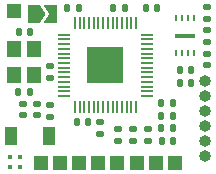
<source format=gbr>
%TF.GenerationSoftware,KiCad,Pcbnew,7.0.2-6a45011f42~172~ubuntu22.04.1*%
%TF.CreationDate,2023-06-03T20:54:13+08:00*%
%TF.ProjectId,fly2040_min,666c7932-3034-4305-9f6d-696e2e6b6963,rev?*%
%TF.SameCoordinates,PX45b6ae0PY2f1c8c0*%
%TF.FileFunction,Soldermask,Top*%
%TF.FilePolarity,Negative*%
%FSLAX46Y46*%
G04 Gerber Fmt 4.6, Leading zero omitted, Abs format (unit mm)*
G04 Created by KiCad (PCBNEW 7.0.2-6a45011f42~172~ubuntu22.04.1) date 2023-06-03 20:54:13*
%MOMM*%
%LPD*%
G01*
G04 APERTURE LIST*
G04 Aperture macros list*
%AMRoundRect*
0 Rectangle with rounded corners*
0 $1 Rounding radius*
0 $2 $3 $4 $5 $6 $7 $8 $9 X,Y pos of 4 corners*
0 Add a 4 corners polygon primitive as box body*
4,1,4,$2,$3,$4,$5,$6,$7,$8,$9,$2,$3,0*
0 Add four circle primitives for the rounded corners*
1,1,$1+$1,$2,$3*
1,1,$1+$1,$4,$5*
1,1,$1+$1,$6,$7*
1,1,$1+$1,$8,$9*
0 Add four rect primitives between the rounded corners*
20,1,$1+$1,$2,$3,$4,$5,0*
20,1,$1+$1,$4,$5,$6,$7,0*
20,1,$1+$1,$6,$7,$8,$9,0*
20,1,$1+$1,$8,$9,$2,$3,0*%
%AMFreePoly0*
4,1,6,1.000000,0.000000,0.500000,-0.750000,-0.500000,-0.750000,-0.500000,0.750000,0.500000,0.750000,1.000000,0.000000,1.000000,0.000000,$1*%
%AMFreePoly1*
4,1,6,0.500000,-0.750000,-0.650000,-0.750000,-0.150000,0.000000,-0.650000,0.750000,0.500000,0.750000,0.500000,-0.750000,0.500000,-0.750000,$1*%
G04 Aperture macros list end*
%ADD10RoundRect,0.135000X-0.135000X-0.185000X0.135000X-0.185000X0.135000X0.185000X-0.135000X0.185000X0*%
%ADD11RoundRect,0.135000X-0.185000X0.135000X-0.185000X-0.135000X0.185000X-0.135000X0.185000X0.135000X0*%
%ADD12RoundRect,0.135000X0.185000X-0.135000X0.185000X0.135000X-0.185000X0.135000X-0.185000X-0.135000X0*%
%ADD13RoundRect,0.140000X-0.170000X0.140000X-0.170000X-0.140000X0.170000X-0.140000X0.170000X0.140000X0*%
%ADD14RoundRect,0.140000X-0.140000X-0.170000X0.140000X-0.170000X0.140000X0.170000X-0.140000X0.170000X0*%
%ADD15RoundRect,0.140000X0.140000X0.170000X-0.140000X0.170000X-0.140000X-0.170000X0.140000X-0.170000X0*%
%ADD16R,1.200000X1.200000*%
%ADD17R,0.200000X1.100000*%
%ADD18R,1.100000X0.200000*%
%ADD19R,3.100000X3.100000*%
%ADD20R,0.280000X0.600000*%
%ADD21R,1.700000X0.300000*%
%ADD22O,1.000000X1.000000*%
%ADD23R,1.000000X1.524000*%
%ADD24R,1.200000X1.400000*%
%ADD25R,0.450000X0.450000*%
%ADD26FreePoly0,0.000000*%
%ADD27FreePoly1,0.000000*%
G04 APERTURE END LIST*
D10*
%TO.C,R12*%
X5920000Y-1040000D03*
X6940000Y-1040000D03*
%TD*%
D11*
%TO.C,R11*%
X12810000Y-11270000D03*
X12810000Y-12290000D03*
%TD*%
%TO.C,R10*%
X11530000Y-11270000D03*
X11530000Y-12290000D03*
%TD*%
%TO.C,R9*%
X10250000Y-11270000D03*
X10250000Y-12290000D03*
%TD*%
D12*
%TO.C,R6*%
X17780000Y-3965000D03*
X17780000Y-2945000D03*
%TD*%
D11*
%TO.C,R5*%
X17780000Y-960000D03*
X17780000Y-1980000D03*
%TD*%
%TO.C,R3*%
X8725000Y-10670000D03*
X8725000Y-11690000D03*
%TD*%
D12*
%TO.C,R2*%
X4510000Y-10270000D03*
X4510000Y-9250000D03*
%TD*%
%TO.C,R1*%
X4480000Y-7010000D03*
X4480000Y-5990000D03*
%TD*%
D13*
%TO.C,C14*%
X17780000Y-4940000D03*
X17780000Y-5900000D03*
%TD*%
%TO.C,C13*%
X2220000Y-9185000D03*
X2220000Y-10145000D03*
%TD*%
D14*
%TO.C,C12*%
X9835000Y-1025000D03*
X10795000Y-1025000D03*
%TD*%
%TO.C,C11*%
X12600000Y-1020000D03*
X13560000Y-1020000D03*
%TD*%
%TO.C,C10*%
X15500000Y-7400000D03*
X16460000Y-7400000D03*
%TD*%
%TO.C,C9*%
X13925000Y-11235000D03*
X14885000Y-11235000D03*
%TD*%
%TO.C,C8*%
X13930000Y-12320000D03*
X14890000Y-12320000D03*
%TD*%
D15*
%TO.C,C7*%
X7710000Y-10670000D03*
X6750000Y-10670000D03*
%TD*%
%TO.C,C6*%
X14885000Y-10167500D03*
X13925000Y-10167500D03*
%TD*%
D14*
%TO.C,C5*%
X13925000Y-9100000D03*
X14885000Y-9100000D03*
%TD*%
D13*
%TO.C,C4*%
X3350000Y-9180000D03*
X3350000Y-10140000D03*
%TD*%
D14*
%TO.C,C3*%
X1830000Y-3060000D03*
X2790000Y-3060000D03*
%TD*%
%TO.C,C2*%
X15500000Y-6340000D03*
X16460000Y-6340000D03*
%TD*%
%TO.C,C1*%
X1810000Y-8130000D03*
X2770000Y-8130000D03*
%TD*%
D16*
%TO.C,J7*%
X3687500Y-14150000D03*
%TD*%
D17*
%TO.C,U1*%
X11785000Y-2365000D03*
X11385000Y-2365000D03*
X10985000Y-2365000D03*
X10585000Y-2365000D03*
X10185000Y-2365000D03*
X9785000Y-2365000D03*
X9385000Y-2365000D03*
X8985000Y-2365000D03*
X8585000Y-2365000D03*
X8185000Y-2365000D03*
X7785000Y-2365000D03*
X7385000Y-2365000D03*
X6985000Y-2365000D03*
X6585000Y-2365000D03*
D18*
X5635000Y-3315000D03*
X5635000Y-3715000D03*
X5635000Y-4115000D03*
X5635000Y-4515000D03*
X5635000Y-4915000D03*
X5635000Y-5315000D03*
X5635000Y-5715000D03*
X5635000Y-6115000D03*
X5635000Y-6515000D03*
X5635000Y-6915000D03*
X5635000Y-7315000D03*
X5635000Y-7715000D03*
X5635000Y-8115000D03*
X5635000Y-8515000D03*
D17*
X6585000Y-9465000D03*
X6985000Y-9465000D03*
X7385000Y-9465000D03*
X7785000Y-9465000D03*
X8185000Y-9465000D03*
X8585000Y-9465000D03*
X8985000Y-9465000D03*
X9385000Y-9465000D03*
X9785000Y-9465000D03*
X10185000Y-9465000D03*
X10585000Y-9465000D03*
X10985000Y-9465000D03*
X11385000Y-9465000D03*
X11785000Y-9465000D03*
D18*
X12735000Y-8515000D03*
X12735000Y-8115000D03*
X12735000Y-7715000D03*
X12735000Y-7315000D03*
X12735000Y-6915000D03*
X12735000Y-6515000D03*
X12735000Y-6115000D03*
X12735000Y-5715000D03*
X12735000Y-5315000D03*
X12735000Y-4915000D03*
X12735000Y-4515000D03*
X12735000Y-4115000D03*
X12735000Y-3715000D03*
X12735000Y-3315000D03*
D19*
X9185000Y-5915000D03*
%TD*%
D20*
%TO.C,U2*%
X16655000Y-1895500D03*
X16155000Y-1895500D03*
X15655000Y-1895500D03*
X15155000Y-1895500D03*
X15155000Y-4909500D03*
X15655000Y-4909500D03*
X16155000Y-4909500D03*
X16655000Y-4909500D03*
D21*
X15905000Y-3402500D03*
%TD*%
D22*
%TO.C,J8*%
X17644248Y-7218121D03*
X17644248Y-8488121D03*
X17644248Y-9758121D03*
X17644248Y-11028121D03*
X17644248Y-12298121D03*
X17644248Y-13568121D03*
%TD*%
D16*
%TO.C,J1*%
X1410000Y-1320000D03*
%TD*%
%TO.C,J4*%
X11825000Y-14150000D03*
%TD*%
%TO.C,J2*%
X8570000Y-14150000D03*
%TD*%
%TO.C,J6*%
X5320000Y-14150000D03*
%TD*%
%TO.C,J5*%
X13452500Y-14150000D03*
%TD*%
%TO.C,J9*%
X6942500Y-14150000D03*
%TD*%
%TO.C,J3*%
X10197500Y-14150000D03*
%TD*%
%TO.C,J10*%
X15080000Y-14150000D03*
%TD*%
D23*
%TO.C,SW1*%
X1190000Y-11860000D03*
X4390000Y-11860000D03*
%TD*%
D24*
%TO.C,X1*%
X3152000Y-6693000D03*
X3152000Y-4493000D03*
X1402000Y-4493000D03*
X1402000Y-6693000D03*
%TD*%
D25*
%TO.C,U5*%
X1070000Y-13685000D03*
X1920000Y-13685000D03*
X1070000Y-14535000D03*
X1920000Y-14535000D03*
%TD*%
D26*
%TO.C,JP1*%
X3135000Y-1570000D03*
D27*
X4585000Y-1570000D03*
%TD*%
M02*

</source>
